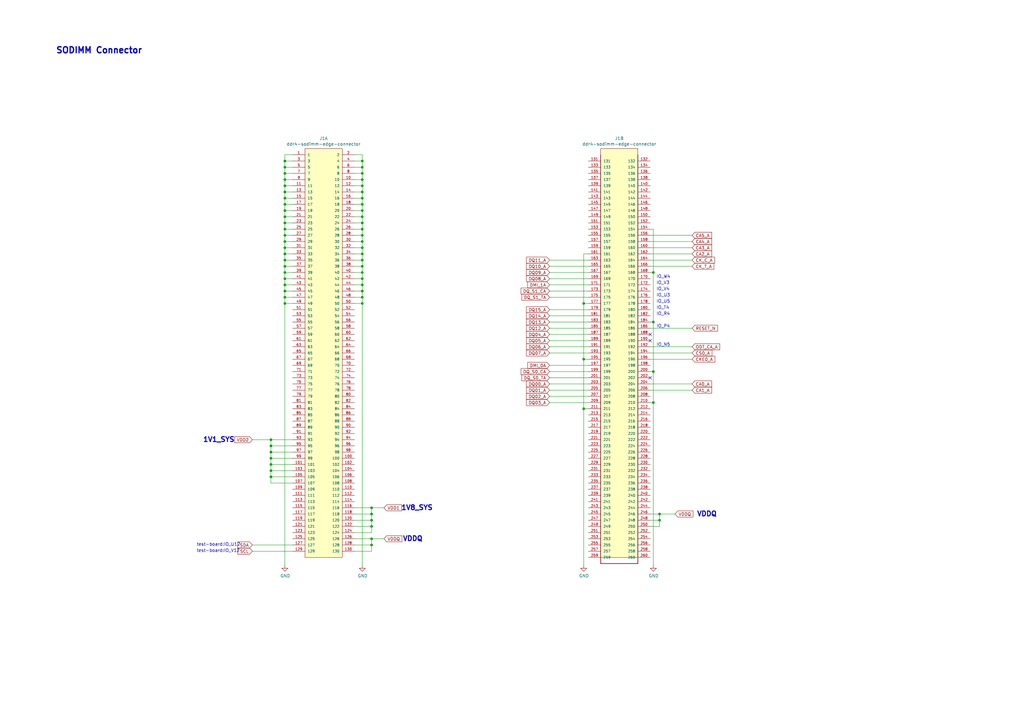
<source format=kicad_sch>
(kicad_sch (version 20211123) (generator eeschema)
  (paper "A3")
  (title_block (rev "1.1.0"))
  (lib_symbols
    (symbol "lpddr4-testbed:GND" (power) (pin_names (offset 0))
      (property "Value" "GND" (at 0 -3.81 0))
      (symbol "GND_0_1"
        (polyline (pts (xy 0 0) (xy 0 -1.27) (xy 1.27 -1.27) (xy 0 -2.54) (xy -1.27 -1.27) (xy 0 -1.27)))
      )
      (symbol "GND_1_1"
        (pin power_in line (at 0 0 270) (length 0) hide (name "GND") (number "1"))
      )
    )
    (symbol "lpddr4-testbed:ddr4-sodimm-edge-connector" (pin_names (offset 1.016))
      (property "Reference" "J" (at -7.62 87.63 0))
      (property "Value" "ddr4-sodimm-edge-connector" (at -7.62 -83.82 0))
      (symbol "ddr4-sodimm-edge-connector_0_1"
        (rectangle (start -7.62 86.36) (end 7.62 -81.28) (fill (type background)))
      )
      (symbol "ddr4-sodimm-edge-connector_1_0"
        (pin passive line (at -12.7 83.82 0) (length 5.08) (name "1") (number "1"))
        (pin passive line (at 12.7 73.66 180) (length 5.08) (name "10") (number "10"))
        (pin passive line (at 12.7 -40.64 180) (length 5.08) (name "100") (number "100"))
        (pin passive line (at -12.7 -43.18 0) (length 5.08) (name "101") (number "101"))
        (pin passive line (at 12.7 -43.18 180) (length 5.08) (name "102") (number "102"))
        (pin passive line (at -12.7 -45.72 0) (length 5.08) (name "103") (number "103"))
        (pin passive line (at 12.7 -45.72 180) (length 5.08) (name "104") (number "104"))
        (pin passive line (at -12.7 -48.26 0) (length 5.08) (name "105") (number "105"))
        (pin passive line (at 12.7 -48.26 180) (length 5.08) (name "106") (number "106"))
        (pin passive line (at -12.7 -50.8 0) (length 5.08) (name "107") (number "107"))
        (pin passive line (at 12.7 -50.8 180) (length 5.08) (name "108") (number "108"))
        (pin passive line (at -12.7 -53.34 0) (length 5.08) (name "109") (number "109"))
        (pin passive line (at -12.7 71.12 0) (length 5.08) (name "11") (number "11"))
        (pin passive line (at 12.7 -53.34 180) (length 5.08) (name "110") (number "110"))
        (pin passive line (at -12.7 -55.88 0) (length 5.08) (name "111") (number "111"))
        (pin passive line (at 12.7 -55.88 180) (length 5.08) (name "112") (number "112"))
        (pin passive line (at -12.7 -58.42 0) (length 5.08) (name "113") (number "113"))
        (pin passive line (at 12.7 -58.42 180) (length 5.08) (name "114") (number "114"))
        (pin passive line (at -12.7 -60.96 0) (length 5.08) (name "115") (number "115"))
        (pin passive line (at 12.7 -60.96 180) (length 5.08) (name "116") (number "116"))
        (pin passive line (at -12.7 -63.5 0) (length 5.08) (name "117") (number "117"))
        (pin passive line (at 12.7 -63.5 180) (length 5.08) (name "118") (number "118"))
        (pin passive line (at -12.7 -66.04 0) (length 5.08) (name "119") (number "119"))
        (pin passive line (at 12.7 71.12 180) (length 5.08) (name "12") (number "12"))
        (pin passive line (at 12.7 -66.04 180) (length 5.08) (name "120") (number "120"))
        (pin passive line (at -12.7 -68.58 0) (length 5.08) (name "121") (number "121"))
        (pin passive line (at 12.7 -68.58 180) (length 5.08) (name "122") (number "122"))
        (pin passive line (at -12.7 -71.12 0) (length 5.08) (name "123") (number "123"))
        (pin passive line (at 12.7 -71.12 180) (length 5.08) (name "124") (number "124"))
        (pin passive line (at -12.7 -73.66 0) (length 5.08) (name "125") (number "125"))
        (pin passive line (at 12.7 -73.66 180) (length 5.08) (name "126") (number "126"))
        (pin passive line (at -12.7 -76.2 0) (length 5.08) (name "127") (number "127"))
        (pin passive line (at 12.7 -76.2 180) (length 5.08) (name "128") (number "128"))
        (pin passive line (at -12.7 -78.74 0) (length 5.08) (name "129") (number "129"))
        (pin passive line (at -12.7 68.58 0) (length 5.08) (name "13") (number "13"))
        (pin passive line (at 12.7 -78.74 180) (length 5.08) (name "130") (number "130"))
        (pin passive line (at 12.7 68.58 180) (length 5.08) (name "14") (number "14"))
        (pin passive line (at -12.7 66.04 0) (length 5.08) (name "15") (number "15"))
        (pin passive line (at 12.7 66.04 180) (length 5.08) (name "16") (number "16"))
        (pin passive line (at -12.7 63.5 0) (length 5.08) (name "17") (number "17"))
        (pin passive line (at 12.7 63.5 180) (length 5.08) (name "18") (number "18"))
        (pin passive line (at -12.7 60.96 0) (length 5.08) (name "19") (number "19"))
        (pin passive line (at 12.7 83.82 180) (length 5.08) (name "2") (number "2"))
        (pin passive line (at 12.7 60.96 180) (length 5.08) (name "20") (number "20"))
        (pin passive line (at -12.7 58.42 0) (length 5.08) (name "21") (number "21"))
        (pin passive line (at 12.7 58.42 180) (length 5.08) (name "22") (number "22"))
        (pin passive line (at -12.7 55.88 0) (length 5.08) (name "23") (number "23"))
        (pin passive line (at 12.7 55.88 180) (length 5.08) (name "24") (number "24"))
        (pin passive line (at -12.7 53.34 0) (length 5.08) (name "25") (number "25"))
        (pin passive line (at 12.7 53.34 180) (length 5.08) (name "26") (number "26"))
        (pin passive line (at -12.7 50.8 0) (length 5.08) (name "27") (number "27"))
        (pin passive line (at 12.7 50.8 180) (length 5.08) (name "28") (number "28"))
        (pin passive line (at -12.7 48.26 0) (length 5.08) (name "29") (number "29"))
        (pin passive line (at -12.7 81.28 0) (length 5.08) (name "3") (number "3"))
        (pin passive line (at 12.7 48.26 180) (length 5.08) (name "30") (number "30"))
        (pin passive line (at -12.7 45.72 0) (length 5.08) (name "31") (number "31"))
        (pin passive line (at 12.7 45.72 180) (length 5.08) (name "32") (number "32"))
        (pin passive line (at -12.7 43.18 0) (length 5.08) (name "33") (number "33"))
        (pin passive line (at 12.7 43.18 180) (length 5.08) (name "34") (number "34"))
        (pin passive line (at -12.7 40.64 0) (length 5.08) (name "35") (number "35"))
        (pin passive line (at 12.7 40.64 180) (length 5.08) (name "36") (number "36"))
        (pin passive line (at -12.7 38.1 0) (length 5.08) (name "37") (number "37"))
        (pin passive line (at 12.7 38.1 180) (length 5.08) (name "38") (number "38"))
        (pin passive line (at -12.7 35.56 0) (length 5.08) (name "39") (number "39"))
        (pin passive line (at 12.7 81.28 180) (length 5.08) (name "4") (number "4"))
        (pin passive line (at 12.7 35.56 180) (length 5.08) (name "40") (number "40"))
        (pin passive line (at -12.7 33.02 0) (length 5.08) (name "41") (number "41"))
        (pin passive line (at 12.7 33.02 180) (length 5.08) (name "42") (number "42"))
        (pin passive line (at -12.7 30.48 0) (length 5.08) (name "43") (number "43"))
        (pin passive line (at 12.7 30.48 180) (length 5.08) (name "44") (number "44"))
        (pin passive line (at -12.7 27.94 0) (length 5.08) (name "45") (number "45"))
        (pin passive line (at 12.7 27.94 180) (length 5.08) (name "46") (number "46"))
        (pin passive line (at -12.7 25.4 0) (length 5.08) (name "47") (number "47"))
        (pin passive line (at 12.7 25.4 180) (length 5.08) (name "48") (number "48"))
        (pin passive line (at -12.7 22.86 0) (length 5.08) (name "49") (number "49"))
        (pin passive line (at -12.7 78.74 0) (length 5.08) (name "5") (number "5"))
        (pin passive line (at 12.7 22.86 180) (length 5.08) (name "50") (number "50"))
        (pin passive line (at -12.7 20.32 0) (length 5.08) (name "51") (number "51"))
        (pin passive line (at 12.7 20.32 180) (length 5.08) (name "52") (number "52"))
        (pin passive line (at -12.7 17.78 0) (length 5.08) (name "53") (number "53"))
        (pin passive line (at 12.7 17.78 180) (length 5.08) (name "54") (number "54"))
        (pin passive line (at -12.7 15.24 0) (length 5.08) (name "55") (number "55"))
        (pin passive line (at 12.7 15.24 180) (length 5.08) (name "56") (number "56"))
        (pin passive line (at -12.7 12.7 0) (length 5.08) (name "57") (number "57"))
        (pin passive line (at 12.7 12.7 180) (length 5.08) (name "58") (number "58"))
        (pin passive line (at -12.7 10.16 0) (length 5.08) (name "59") (number "59"))
        (pin passive line (at 12.7 78.74 180) (length 5.08) (name "6") (number "6"))
        (pin passive line (at 12.7 10.16 180) (length 5.08) (name "60") (number "60"))
        (pin passive line (at -12.7 7.62 0) (length 5.08) (name "61") (number "61"))
        (pin passive line (at 12.7 7.62 180) (length 5.08) (name "62") (number "62"))
        (pin passive line (at -12.7 5.08 0) (length 5.08) (name "63") (number "63"))
        (pin passive line (at 12.7 5.08 180) (length 5.08) (name "64") (number "64"))
        (pin passive line (at -12.7 2.54 0) (length 5.08) (name "65") (number "65"))
        (pin passive line (at 12.7 2.54 180) (length 5.08) (name "66") (number "66"))
        (pin passive line (at -12.7 0 0) (length 5.08) (name "67") (number "67"))
        (pin passive line (at 12.7 0 180) (length 5.08) (name "68") (number "68"))
        (pin passive line (at -12.7 -2.54 0) (length 5.08) (name "69") (number "69"))
        (pin passive line (at -12.7 76.2 0) (length 5.08) (name "7") (number "7"))
        (pin passive line (at 12.7 -2.54 180) (length 5.08) (name "70") (number "70"))
        (pin passive line (at -12.7 -5.08 0) (length 5.08) (name "71") (number "71"))
        (pin passive line (at 12.7 -5.08 180) (length 5.08) (name "72") (number "72"))
        (pin passive line (at -12.7 -7.62 0) (length 5.08) (name "73") (number "73"))
        (pin passive line (at 12.7 -7.62 180) (length 5.08) (name "74") (number "74"))
        (pin passive line (at -12.7 -10.16 0) (length 5.08) (name "75") (number "75"))
        (pin passive line (at 12.7 -10.16 180) (length 5.08) (name "76") (number "76"))
        (pin passive line (at -12.7 -12.7 0) (length 5.08) (name "77") (number "77"))
        (pin passive line (at 12.7 -12.7 180) (length 5.08) (name "78") (number "78"))
        (pin passive line (at -12.7 -15.24 0) (length 5.08) (name "79") (number "79"))
        (pin passive line (at 12.7 76.2 180) (length 5.08) (name "8") (number "8"))
        (pin passive line (at 12.7 -15.24 180) (length 5.08) (name "80") (number "80"))
        (pin passive line (at -12.7 -17.78 0) (length 5.08) (name "81") (number "81"))
        (pin passive line (at 12.7 -17.78 180) (length 5.08) (name "82") (number "82"))
        (pin passive line (at -12.7 -20.32 0) (length 5.08) (name "83") (number "83"))
        (pin passive line (at 12.7 -20.32 180) (length 5.08) (name "84") (number "84"))
        (pin passive line (at -12.7 -22.86 0) (length 5.08) (name "85") (number "85"))
        (pin passive line (at 12.7 -22.86 180) (length 5.08) (name "86") (number "86"))
        (pin passive line (at -12.7 -25.4 0) (length 5.08) (name "87") (number "87"))
        (pin passive line (at 12.7 -25.4 180) (length 5.08) (name "88") (number "88"))
        (pin passive line (at -12.7 -27.94 0) (length 5.08) (name "89") (number "89"))
        (pin passive line (at -12.7 73.66 0) (length 5.08) (name "9") (number "9"))
        (pin passive line (at 12.7 -27.94 180) (length 5.08) (name "90") (number "90"))
        (pin passive line (at -12.7 -30.48 0) (length 5.08) (name "91") (number "91"))
        (pin passive line (at 12.7 -30.48 180) (length 5.08) (name "92") (number "92"))
        (pin passive line (at -12.7 -33.02 0) (length 5.08) (name "93") (number "93"))
        (pin passive line (at 12.7 -33.02 180) (length 5.08) (name "94") (number "94"))
        (pin passive line (at -12.7 -35.56 0) (length 5.08) (name "95") (number "95"))
        (pin passive line (at 12.7 -35.56 180) (length 5.08) (name "96") (number "96"))
        (pin passive line (at -12.7 -38.1 0) (length 5.08) (name "97") (number "97"))
        (pin passive line (at 12.7 -38.1 180) (length 5.08) (name "98") (number "98"))
        (pin passive line (at -12.7 -40.64 0) (length 5.08) (name "99") (number "99"))
      )
      (symbol "ddr4-sodimm-edge-connector_2_0"
        (polyline (pts (xy -7.62 -83.82) (xy 7.62 -83.82)) (stroke (width 0.254)))
        (polyline (pts (xy -7.62 83.82) (xy -7.62 -83.82)) (stroke (width 0.254)))
        (polyline (pts (xy 7.62 -83.82) (xy 7.62 83.82)) (stroke (width 0.254)))
        (pin passive line (at -12.7 81.28 0) (length 5.08) (name "131") (number "131"))
        (pin passive line (at 12.7 81.28 180) (length 5.08) (name "132") (number "132"))
        (pin passive line (at -12.7 78.74 0) (length 5.08) (name "133") (number "133"))
        (pin passive line (at 12.7 78.74 180) (length 5.08) (name "134") (number "134"))
        (pin passive line (at -12.7 76.2 0) (length 5.08) (name "135") (number "135"))
        (pin passive line (at 12.7 76.2 180) (length 5.08) (name "136") (number "136"))
        (pin passive line (at -12.7 73.66 0) (length 5.08) (name "137") (number "137"))
        (pin passive line (at 12.7 73.66 180) (length 5.08) (name "138") (number "138"))
        (pin passive line (at -12.7 71.12 0) (length 5.08) (name "139") (number "139"))
        (pin passive line (at 12.7 71.12 180) (length 5.08) (name "140") (number "140"))
        (pin passive line (at -12.7 68.58 0) (length 5.08) (name "141") (number "141"))
        (pin passive line (at 12.7 68.58 180) (length 5.08) (name "142") (number "142"))
        (pin passive line (at -12.7 66.04 0) (length 5.08) (name "143") (number "143"))
        (pin passive line (at 12.7 66.04 180) (length 5.08) (name "144") (number "144"))
        (pin passive line (at -12.7 63.5 0) (length 5.08) (name "145") (number "145"))
        (pin passive line (at 12.7 63.5 180) (length 5.08) (name "146") (number "146"))
        (pin passive line (at -12.7 60.96 0) (length 5.08) (name "147") (number "147"))
        (pin passive line (at 12.7 60.96 180) (length 5.08) (name "148") (number "148"))
        (pin passive line (at -12.7 58.42 0) (length 5.08) (name "149") (number "149"))
        (pin passive line (at 12.7 58.42 180) (length 5.08) (name "150") (number "150"))
        (pin passive line (at -12.7 55.88 0) (length 5.08) (name "151") (number "151"))
        (pin passive line (at 12.7 55.88 180) (length 5.08) (name "152") (number "152"))
        (pin passive line (at -12.7 53.34 0) (length 5.08) (name "153") (number "153"))
        (pin passive line (at 12.7 53.34 180) (length 5.08) (name "154") (number "154"))
        (pin passive line (at -12.7 50.8 0) (length 5.08) (name "155") (number "155"))
        (pin passive line (at 12.7 50.8 180) (length 5.08) (name "156") (number "156"))
        (pin passive line (at -12.7 48.26 0) (length 5.08) (name "157") (number "157"))
        (pin passive line (at 12.7 48.26 180) (length 5.08) (name "158") (number "158"))
        (pin passive line (at -12.7 45.72 0) (length 5.08) (name "159") (number "159"))
        (pin passive line (at 12.7 45.72 180) (length 5.08) (name "160") (number "160"))
        (pin passive line (at -12.7 43.18 0) (length 5.08) (name "161") (number "161"))
        (pin passive line (at 12.7 43.18 180) (length 5.08) (name "162") (number "162"))
        (pin passive line (at -12.7 40.64 0) (length 5.08) (name "163") (number "163"))
        (pin passive line (at 12.7 40.64 180) (length 5.08) (name "164") (number "164"))
        (pin passive line (at -12.7 38.1 0) (length 5.08) (name "165") (number "165"))
        (pin passive line (at 12.7 38.1 180) (length 5.08) (name "166") (number "166"))
        (pin passive line (at -12.7 35.56 0) (length 5.08) (name "167") (number "167"))
        (pin passive line (at 12.7 35.56 180) (length 5.08) (name "168") (number "168"))
        (pin passive line (at -12.7 33.02 0) (length 5.08) (name "169") (number "169"))
        (pin passive line (at 12.7 33.02 180) (length 5.08) (name "170") (number "170"))
        (pin passive line (at -12.7 30.48 0) (length 5.08) (name "171") (number "171"))
        (pin passive line (at 12.7 30.48 180) (length 5.08) (name "172") (number "172"))
        (pin passive line (at -12.7 27.94 0) (length 5.08) (name "173") (number "173"))
        (pin passive line (at 12.7 27.94 180) (length 5.08) (name "174") (number "174"))
        (pin passive line (at -12.7 25.4 0) (length 5.08) (name "175") (number "175"))
        (pin passive line (at 12.7 25.4 180) (length 5.08) (name "176") (number "176"))
        (pin passive line (at -12.7 22.86 0) (length 5.08) (name "177") (number "177"))
        (pin passive line (at 12.7 22.86 180) (length 5.08) (name "178") (number "178"))
        (pin passive line (at -12.7 20.32 0) (length 5.08) (name "179") (number "179"))
        (pin passive line (at 12.7 20.32 180) (length 5.08) (name "180") (number "180"))
        (pin passive line (at -12.7 17.78 0) (length 5.08) (name "181") (number "181"))
        (pin passive line (at 12.7 17.78 180) (length 5.08) (name "182") (number "182"))
        (pin passive line (at -12.7 15.24 0) (length 5.08) (name "183") (number "183"))
        (pin passive line (at 12.7 15.24 180) (length 5.08) (name "184") (number "184"))
        (pin passive line (at -12.7 12.7 0) (length 5.08) (name "185") (number "185"))
        (pin passive line (at 12.7 12.7 180) (length 5.08) (name "186") (number "186"))
        (pin passive line (at -12.7 10.16 0) (length 5.08) (name "187") (number "187"))
        (pin passive line (at 12.7 10.16 180) (length 5.08) (name "188") (number "188"))
        (pin passive line (at -12.7 7.62 0) (length 5.08) (name "189") (number "189"))
        (pin passive line (at 12.7 7.62 180) (length 5.08) (name "190") (number "190"))
        (pin passive line (at -12.7 5.08 0) (length 5.08) (name "191") (number "191"))
        (pin passive line (at 12.7 5.08 180) (length 5.08) (name "192") (number "192"))
        (pin passive line (at -12.7 2.54 0) (length 5.08) (name "193") (number "193"))
        (pin passive line (at 12.7 2.54 180) (length 5.08) (name "194") (number "194"))
        (pin passive line (at -12.7 0 0) (length 5.08) (name "195") (number "195"))
        (pin passive line (at 12.7 0 180) (length 5.08) (name "196") (number "196"))
        (pin passive line (at -12.7 -2.54 0) (length 5.08) (name "197") (number "197"))
        (pin passive line (at 12.7 -2.54 180) (length 5.08) (name "198") (number "198"))
        (pin passive line (at -12.7 -5.08 0) (length 5.08) (name "199") (number "199"))
        (pin passive line (at 12.7 -5.08 180) (length 5.08) (name "200") (number "200"))
        (pin passive line (at -12.7 -7.62 0) (length 5.08) (name "201") (number "201"))
        (pin passive line (at 12.7 -7.62 180) (length 5.08) (name "202") (number "202"))
        (pin passive line (at -12.7 -10.16 0) (length 5.08) (name "203") (number "203"))
        (pin passive line (at 12.7 -10.16 180) (length 5.08) (name "204") (number "204"))
        (pin passive line (at -12.7 -12.7 0) (length 5.08) (name "205") (number "205"))
        (pin passive line (at 12.7 -12.7 180) (length 5.08) (name "206") (number "206"))
        (pin passive line (at -12.7 -15.24 0) (length 5.08) (name "207") (number "207"))
        (pin passive line (at 12.7 -15.24 180) (length 5.08) (name "208") (number "208"))
        (pin passive line (at -12.7 -17.78 0) (length 5.08) (name "209") (number "209"))
        (pin passive line (at 12.7 -17.78 180) (length 5.08) (name "210") (number "210"))
        (pin passive line (at -12.7 -20.32 0) (length 5.08) (name "211") (number "211"))
        (pin passive line (at 12.7 -20.32 180) (length 5.08) (name "212") (number "212"))
        (pin passive line (at -12.7 -22.86 0) (length 5.08) (name "213") (number "213"))
        (pin passive line (at 12.7 -22.86 180) (length 5.08) (name "214") (number "214"))
        (pin passive line (at -12.7 -25.4 0) (length 5.08) (name "215") (number "215"))
        (pin passive line (at 12.7 -25.4 180) (length 5.08) (name "216") (number "216"))
        (pin passive line (at -12.7 -27.94 0) (length 5.08) (name "217") (number "217"))
        (pin passive line (at 12.7 -27.94 180) (length 5.08) (name "218") (number "218"))
        (pin passive line (at -12.7 -30.48 0) (length 5.08) (name "219") (number "219"))
        (pin passive line (at 12.7 -30.48 180) (length 5.08) (name "220") (number "220"))
        (pin passive line (at -12.7 -33.02 0) (length 5.08) (name "221") (number "221"))
        (pin passive line (at 12.7 -33.02 180) (length 5.08) (name "222") (number "222"))
        (pin passive line (at -12.7 -35.56 0) (length 5.08) (name "223") (number "223"))
        (pin passive line (at 12.7 -35.56 180) (length 5.08) (name "224") (number "224"))
        (pin passive line (at -12.7 -38.1 0) (length 5.08) (name "225") (number "225"))
        (pin passive line (at 12.7 -38.1 180) (length 5.08) (name "226") (number "226"))
        (pin passive line (at -12.7 -40.64 0) (length 5.08) (name "227") (number "227"))
        (pin passive line (at 12.7 -40.64 180) (length 5.08) (name "228") (number "228"))
        (pin passive line (at -12.7 -43.18 0) (length 5.08) (name "229") (number "229"))
        (pin passive line (at 12.7 -43.18 180) (length 5.08) (name "230") (number "230"))
        (pin passive line (at -12.7 -45.72 0) (length 5.08) (name "231") (number "231"))
        (pin passive line (at 12.7 -45.72 180) (length 5.08) (name "232") (number "232"))
        (pin passive line (at -12.7 -48.26 0) (length 5.08) (name "233") (number "233"))
        (pin passive line (at 12.7 -48.26 180) (length 5.08) (name "234") (number "234"))
        (pin passive line (at -12.7 -50.8 0) (length 5.08) (name "235") (number "235"))
        (pin passive line (at 12.7 -50.8 180) (length 5.08) (name "236") (number "236"))
        (pin passive line (at -12.7 -53.34 0) (length 5.08) (name "237") (number "237"))
        (pin passive line (at 12.7 -53.34 180) (length 5.08) (name "238") (number "238"))
        (pin passive line (at -12.7 -55.88 0) (length 5.08) (name "239") (number "239"))
        (pin passive line (at 12.7 -55.88 180) (length 5.08) (name "240") (number "240"))
        (pin passive line (at -12.7 -58.42 0) (length 5.08) (name "241") (number "241"))
        (pin passive line (at 12.7 -58.42 180) (length 5.08) (name "242") (number "242"))
        (pin passive line (at -12.7 -60.96 0) (length 5.08) (name "243") (number "243"))
        (pin passive line (at 12.7 -60.96 180) (length 5.08) (name "244") (number "244"))
        (pin passive line (at -12.7 -63.5 0) (length 5.08) (name "245") (number "245"))
        (pin passive line (at 12.7 -63.5 180) (length 5.08) (name "246") (number "246"))
        (pin passive line (at -12.7 -66.04 0) (length 5.08) (name "247") (number "247"))
        (pin passive line (at 12.7 -66.04 180) (length 5.08) (name "248") (number "248"))
        (pin passive line (at -12.7 -68.58 0) (length 5.08) (name "249") (number "249"))
        (pin passive line (at 12.7 -68.58 180) (length 5.08) (name "250") (number "250"))
        (pin passive line (at -12.7 -71.12 0) (length 5.08) (name "251") (number "251"))
        (pin passive line (at 12.7 -71.12 180) (length 5.08) (name "252") (number "252"))
        (pin passive line (at -12.7 -73.66 0) (length 5.08) (name "253") (number "253"))
        (pin passive line (at 12.7 -73.66 180) (length 5.08) (name "254") (number "254"))
        (pin passive line (at -12.7 -76.2 0) (length 5.08) (name "255") (number "255"))
        (pin passive line (at 12.7 -76.2 180) (length 5.08) (name "256") (number "256"))
        (pin passive line (at -12.7 -78.74 0) (length 5.08) (name "257") (number "257"))
        (pin passive line (at 12.7 -78.74 180) (length 5.08) (name "258") (number "258"))
        (pin passive line (at -12.7 -81.28 0) (length 5.08) (name "259") (number "259"))
        (pin passive line (at 12.7 -81.28 180) (length 5.08) (name "260") (number "260"))
      )
    )
  )
  (junction (at 116.84 106.68))
  (junction (at 111.125 193.04))
  (junction (at 116.84 81.28))
  (junction (at 116.84 71.12))
  (junction (at 116.84 119.38))
  (junction (at 148.59 78.74))
  (junction (at 116.84 88.9))
  (junction (at 152.4 213.36))
  (junction (at 116.84 93.98))
  (junction (at 270.51 210.82))
  (junction (at 267.97 152.4))
  (junction (at 116.84 96.52))
  (junction (at 111.125 195.58))
  (junction (at 116.84 73.66))
  (junction (at 116.84 101.6))
  (junction (at 116.84 76.2))
  (junction (at 148.59 88.9))
  (junction (at 116.84 78.74))
  (junction (at 239.395 167.64))
  (junction (at 267.97 165.1))
  (junction (at 148.59 121.92))
  (junction (at 111.125 180.34))
  (junction (at 116.84 104.14))
  (junction (at 148.59 66.04))
  (junction (at 111.125 185.42))
  (junction (at 148.59 99.06))
  (junction (at 116.84 114.3))
  (junction (at 116.84 66.04))
  (junction (at 111.125 187.96))
  (junction (at 148.59 83.82))
  (junction (at 148.59 106.68))
  (junction (at 116.84 121.92))
  (junction (at 239.395 147.32))
  (junction (at 148.59 68.58))
  (junction (at 116.84 116.84))
  (junction (at 148.59 71.12))
  (junction (at 152.4 215.9))
  (junction (at 116.84 99.06))
  (junction (at 111.125 182.88))
  (junction (at 148.59 114.3))
  (junction (at 148.59 86.36))
  (junction (at 152.4 208.28))
  (junction (at 148.59 124.46))
  (junction (at 148.59 116.84))
  (junction (at 270.51 213.36))
  (junction (at 148.59 93.98))
  (junction (at 148.59 96.52))
  (junction (at 148.59 111.76))
  (junction (at 239.395 124.46))
  (junction (at 148.59 119.38))
  (junction (at 148.59 91.44))
  (junction (at 152.4 223.52))
  (junction (at 116.84 86.36))
  (junction (at 116.84 91.44))
  (junction (at 148.59 76.2))
  (junction (at 152.4 210.82))
  (junction (at 267.97 111.76))
  (junction (at 267.97 132.08))
  (junction (at 148.59 81.28))
  (junction (at 148.59 109.22))
  (junction (at 148.59 104.14))
  (junction (at 116.84 83.82))
  (junction (at 111.125 190.5))
  (junction (at 116.84 109.22))
  (junction (at 116.84 111.76))
  (junction (at 148.59 101.6))
  (junction (at 148.59 73.66))
  (junction (at 152.4 220.98))
  (junction (at 116.84 124.46))
  (junction (at 116.84 68.58))
  (no_connect (at 266.7 154.94))
  (no_connect (at 266.7 139.7))
  (no_connect (at 266.7 137.16))
  (wire (pts (xy 241.3 167.64) (xy 239.395 167.64)))
  (wire (pts (xy 145.415 78.74) (xy 148.59 78.74)))
  (wire (pts (xy 145.415 213.36) (xy 152.4 213.36)))
  (wire (pts (xy 116.84 111.76) (xy 116.84 114.3)))
  (wire (pts (xy 116.84 73.66) (xy 116.84 76.2)))
  (wire (pts (xy 241.3 165.1) (xy 225.425 165.1)))
  (wire (pts (xy 116.84 106.68) (xy 116.84 109.22)))
  (wire (pts (xy 116.84 63.5) (xy 116.84 66.04)))
  (wire (pts (xy 148.59 104.14) (xy 148.59 106.68)))
  (wire (pts (xy 241.3 160.02) (xy 225.425 160.02)))
  (wire (pts (xy 266.7 215.9) (xy 270.51 215.9)))
  (wire (pts (xy 116.84 104.14) (xy 116.84 106.68)))
  (wire (pts (xy 116.84 101.6) (xy 116.84 104.14)))
  (wire (pts (xy 152.4 223.52) (xy 152.4 220.98)))
  (wire (pts (xy 148.59 68.58) (xy 148.59 71.12)))
  (wire (pts (xy 148.59 63.5) (xy 148.59 66.04)))
  (wire (pts (xy 111.125 180.34) (xy 103.505 180.34)))
  (wire (pts (xy 239.395 104.14) (xy 239.395 124.46)))
  (wire (pts (xy 120.015 121.92) (xy 116.84 121.92)))
  (wire (pts (xy 241.3 142.24) (xy 225.425 142.24)))
  (wire (pts (xy 270.51 213.36) (xy 270.51 210.82)))
  (wire (pts (xy 120.015 198.12) (xy 111.125 198.12)))
  (wire (pts (xy 148.59 109.22) (xy 148.59 111.76)))
  (wire (pts (xy 241.3 127) (xy 225.425 127)))
  (wire (pts (xy 148.59 116.84) (xy 148.59 119.38)))
  (wire (pts (xy 267.97 152.4) (xy 267.97 165.1)))
  (wire (pts (xy 145.415 96.52) (xy 148.59 96.52)))
  (wire (pts (xy 266.7 134.62) (xy 283.845 134.62)))
  (wire (pts (xy 116.84 88.9) (xy 116.84 91.44)))
  (wire (pts (xy 120.015 119.38) (xy 116.84 119.38)))
  (wire (pts (xy 120.015 78.74) (xy 116.84 78.74)))
  (wire (pts (xy 241.3 106.68) (xy 225.425 106.68)))
  (wire (pts (xy 148.59 93.98) (xy 148.59 96.52)))
  (wire (pts (xy 241.3 139.7) (xy 225.425 139.7)))
  (wire (pts (xy 145.415 109.22) (xy 148.59 109.22)))
  (wire (pts (xy 266.7 210.82) (xy 270.51 210.82)))
  (wire (pts (xy 116.84 66.04) (xy 116.84 68.58)))
  (wire (pts (xy 145.415 63.5) (xy 148.59 63.5)))
  (wire (pts (xy 111.125 195.58) (xy 111.125 193.04)))
  (wire (pts (xy 103.505 226.06) (xy 120.015 226.06)))
  (wire (pts (xy 148.59 121.92) (xy 148.59 124.46)))
  (wire (pts (xy 145.415 93.98) (xy 148.59 93.98)))
  (wire (pts (xy 120.015 114.3) (xy 116.84 114.3)))
  (wire (pts (xy 111.125 190.5) (xy 111.125 187.96)))
  (wire (pts (xy 120.015 187.96) (xy 111.125 187.96)))
  (wire (pts (xy 241.3 129.54) (xy 225.425 129.54)))
  (wire (pts (xy 120.015 190.5) (xy 111.125 190.5)))
  (wire (pts (xy 241.3 149.86) (xy 225.425 149.86)))
  (wire (pts (xy 116.84 83.82) (xy 116.84 86.36)))
  (wire (pts (xy 120.015 99.06) (xy 116.84 99.06)))
  (wire (pts (xy 152.4 213.36) (xy 152.4 210.82)))
  (wire (pts (xy 120.015 111.76) (xy 116.84 111.76)))
  (wire (pts (xy 145.415 210.82) (xy 152.4 210.82)))
  (wire (pts (xy 148.59 83.82) (xy 148.59 86.36)))
  (wire (pts (xy 120.015 71.12) (xy 116.84 71.12)))
  (wire (pts (xy 270.51 215.9) (xy 270.51 213.36)))
  (wire (pts (xy 145.415 68.58) (xy 148.59 68.58)))
  (wire (pts (xy 111.125 193.04) (xy 111.125 190.5)))
  (wire (pts (xy 239.395 167.64) (xy 239.395 231.775)))
  (wire (pts (xy 148.59 78.74) (xy 148.59 81.28)))
  (wire (pts (xy 267.97 93.98) (xy 267.97 111.76)))
  (wire (pts (xy 116.84 93.98) (xy 116.84 96.52)))
  (wire (pts (xy 145.415 121.92) (xy 148.59 121.92)))
  (wire (pts (xy 148.59 76.2) (xy 148.59 78.74)))
  (wire (pts (xy 145.415 101.6) (xy 148.59 101.6)))
  (wire (pts (xy 152.4 210.82) (xy 152.4 208.28)))
  (wire (pts (xy 145.415 226.06) (xy 152.4 226.06)))
  (wire (pts (xy 120.015 124.46) (xy 116.84 124.46)))
  (wire (pts (xy 266.7 160.02) (xy 283.845 160.02)))
  (wire (pts (xy 145.415 124.46) (xy 148.59 124.46)))
  (wire (pts (xy 241.3 154.94) (xy 225.425 154.94)))
  (wire (pts (xy 266.7 101.6) (xy 283.845 101.6)))
  (wire (pts (xy 145.415 220.98) (xy 152.4 220.98)))
  (wire (pts (xy 241.3 104.14) (xy 239.395 104.14)))
  (wire (pts (xy 148.59 111.76) (xy 148.59 114.3)))
  (wire (pts (xy 145.415 119.38) (xy 148.59 119.38)))
  (wire (pts (xy 116.84 124.46) (xy 116.84 231.775)))
  (wire (pts (xy 120.015 93.98) (xy 116.84 93.98)))
  (wire (pts (xy 148.59 106.68) (xy 148.59 109.22)))
  (wire (pts (xy 148.59 96.52) (xy 148.59 99.06)))
  (wire (pts (xy 120.015 180.34) (xy 111.125 180.34)))
  (wire (pts (xy 116.84 121.92) (xy 116.84 124.46)))
  (wire (pts (xy 120.015 195.58) (xy 111.125 195.58)))
  (wire (pts (xy 270.51 210.82) (xy 276.86 210.82)))
  (wire (pts (xy 120.015 91.44) (xy 116.84 91.44)))
  (wire (pts (xy 241.3 111.76) (xy 225.425 111.76)))
  (wire (pts (xy 120.015 182.88) (xy 111.125 182.88)))
  (wire (pts (xy 266.7 109.22) (xy 283.845 109.22)))
  (wire (pts (xy 241.3 147.32) (xy 239.395 147.32)))
  (wire (pts (xy 120.015 68.58) (xy 116.84 68.58)))
  (wire (pts (xy 241.3 124.46) (xy 239.395 124.46)))
  (wire (pts (xy 145.415 114.3) (xy 148.59 114.3)))
  (wire (pts (xy 148.59 99.06) (xy 148.59 101.6)))
  (wire (pts (xy 116.84 76.2) (xy 116.84 78.74)))
  (wire (pts (xy 152.4 226.06) (xy 152.4 223.52)))
  (wire (pts (xy 241.3 132.08) (xy 225.425 132.08)))
  (wire (pts (xy 145.415 215.9) (xy 152.4 215.9)))
  (wire (pts (xy 145.415 91.44) (xy 148.59 91.44)))
  (wire (pts (xy 111.125 185.42) (xy 111.125 182.88)))
  (wire (pts (xy 145.415 73.66) (xy 148.59 73.66)))
  (wire (pts (xy 266.7 157.48) (xy 283.845 157.48)))
  (wire (pts (xy 241.3 152.4) (xy 225.425 152.4)))
  (wire (pts (xy 120.015 66.04) (xy 116.84 66.04)))
  (wire (pts (xy 145.415 66.04) (xy 148.59 66.04)))
  (wire (pts (xy 116.84 96.52) (xy 116.84 99.06)))
  (wire (pts (xy 145.415 104.14) (xy 148.59 104.14)))
  (wire (pts (xy 145.415 83.82) (xy 148.59 83.82)))
  (wire (pts (xy 120.015 73.66) (xy 116.84 73.66)))
  (wire (pts (xy 148.59 71.12) (xy 148.59 73.66)))
  (wire (pts (xy 111.125 187.96) (xy 111.125 185.42)))
  (wire (pts (xy 116.84 114.3) (xy 116.84 116.84)))
  (wire (pts (xy 241.3 157.48) (xy 225.425 157.48)))
  (wire (pts (xy 148.59 88.9) (xy 148.59 91.44)))
  (wire (pts (xy 267.97 132.08) (xy 267.97 152.4)))
  (wire (pts (xy 148.59 91.44) (xy 148.59 93.98)))
  (wire (pts (xy 241.3 137.16) (xy 225.425 137.16)))
  (wire (pts (xy 266.7 132.08) (xy 267.97 132.08)))
  (wire (pts (xy 241.3 114.3) (xy 225.425 114.3)))
  (wire (pts (xy 267.97 165.1) (xy 267.97 231.775)))
  (wire (pts (xy 120.015 63.5) (xy 116.84 63.5)))
  (wire (pts (xy 145.415 99.06) (xy 148.59 99.06)))
  (wire (pts (xy 120.015 96.52) (xy 116.84 96.52)))
  (wire (pts (xy 241.3 144.78) (xy 225.425 144.78)))
  (wire (pts (xy 148.59 114.3) (xy 148.59 116.84)))
  (wire (pts (xy 145.415 86.36) (xy 148.59 86.36)))
  (wire (pts (xy 148.59 81.28) (xy 148.59 83.82)))
  (wire (pts (xy 111.125 198.12) (xy 111.125 195.58)))
  (wire (pts (xy 116.84 119.38) (xy 116.84 121.92)))
  (wire (pts (xy 120.015 116.84) (xy 116.84 116.84)))
  (wire (pts (xy 241.3 134.62) (xy 225.425 134.62)))
  (wire (pts (xy 103.505 223.52) (xy 120.015 223.52)))
  (wire (pts (xy 116.84 86.36) (xy 116.84 88.9)))
  (wire (pts (xy 266.7 99.06) (xy 283.845 99.06)))
  (wire (pts (xy 120.015 86.36) (xy 116.84 86.36)))
  (wire (pts (xy 145.415 76.2) (xy 148.59 76.2)))
  (wire (pts (xy 266.7 142.24) (xy 283.845 142.24)))
  (wire (pts (xy 111.125 185.42) (xy 120.015 185.42)))
  (wire (pts (xy 116.84 91.44) (xy 116.84 93.98)))
  (wire (pts (xy 145.415 71.12) (xy 148.59 71.12)))
  (wire (pts (xy 120.015 81.28) (xy 116.84 81.28)))
  (wire (pts (xy 266.7 213.36) (xy 270.51 213.36)))
  (wire (pts (xy 116.84 109.22) (xy 116.84 111.76)))
  (wire (pts (xy 148.59 124.46) (xy 148.59 231.775)))
  (wire (pts (xy 266.7 144.78) (xy 283.845 144.78)))
  (wire (pts (xy 145.415 223.52) (xy 152.4 223.52)))
  (wire (pts (xy 266.7 147.32) (xy 283.845 147.32)))
  (wire (pts (xy 266.7 96.52) (xy 283.845 96.52)))
  (wire (pts (xy 239.395 124.46) (xy 239.395 147.32)))
  (wire (pts (xy 111.125 182.88) (xy 111.125 180.34)))
  (wire (pts (xy 266.7 152.4) (xy 267.97 152.4)))
  (wire (pts (xy 120.015 88.9) (xy 116.84 88.9)))
  (wire (pts (xy 145.415 116.84) (xy 148.59 116.84)))
  (wire (pts (xy 241.3 119.38) (xy 225.425 119.38)))
  (wire (pts (xy 120.015 106.68) (xy 116.84 106.68)))
  (wire (pts (xy 267.97 111.76) (xy 267.97 132.08)))
  (wire (pts (xy 116.84 116.84) (xy 116.84 119.38)))
  (wire (pts (xy 116.84 68.58) (xy 116.84 71.12)))
  (wire (pts (xy 152.4 220.98) (xy 157.48 220.98)))
  (wire (pts (xy 266.7 93.98) (xy 267.97 93.98)))
  (wire (pts (xy 120.015 104.14) (xy 116.84 104.14)))
  (wire (pts (xy 120.015 109.22) (xy 116.84 109.22)))
  (wire (pts (xy 241.3 109.22) (xy 225.425 109.22)))
  (wire (pts (xy 120.015 193.04) (xy 111.125 193.04)))
  (wire (pts (xy 266.7 111.76) (xy 267.97 111.76)))
  (wire (pts (xy 145.415 106.68) (xy 148.59 106.68)))
  (wire (pts (xy 266.7 104.14) (xy 283.845 104.14)))
  (wire (pts (xy 241.3 121.92) (xy 225.425 121.92)))
  (wire (pts (xy 116.84 99.06) (xy 116.84 101.6)))
  (wire (pts (xy 116.84 71.12) (xy 116.84 73.66)))
  (wire (pts (xy 239.395 147.32) (xy 239.395 167.64)))
  (wire (pts (xy 266.7 165.1) (xy 267.97 165.1)))
  (wire (pts (xy 241.3 162.56) (xy 225.425 162.56)))
  (wire (pts (xy 152.4 218.44) (xy 152.4 215.9)))
  (wire (pts (xy 145.415 81.28) (xy 148.59 81.28)))
  (wire (pts (xy 120.015 83.82) (xy 116.84 83.82)))
  (wire (pts (xy 145.415 111.76) (xy 148.59 111.76)))
  (wire (pts (xy 148.59 119.38) (xy 148.59 121.92)))
  (wire (pts (xy 148.59 86.36) (xy 148.59 88.9)))
  (wire (pts (xy 148.59 66.04) (xy 148.59 68.58)))
  (wire (pts (xy 148.59 73.66) (xy 148.59 76.2)))
  (wire (pts (xy 120.015 76.2) (xy 116.84 76.2)))
  (wire (pts (xy 116.84 78.74) (xy 116.84 81.28)))
  (wire (pts (xy 116.84 81.28) (xy 116.84 83.82)))
  (wire (pts (xy 241.3 116.84) (xy 225.425 116.84)))
  (wire (pts (xy 120.015 101.6) (xy 116.84 101.6)))
  (wire (pts (xy 145.415 88.9) (xy 148.59 88.9)))
  (wire (pts (xy 148.59 101.6) (xy 148.59 104.14)))
  (wire (pts (xy 266.7 106.68) (xy 283.845 106.68)))
  (wire (pts (xy 145.415 208.28) (xy 152.4 208.28)))
  (wire (pts (xy 152.4 208.28) (xy 157.48 208.28)))
  (wire (pts (xy 145.415 218.44) (xy 152.4 218.44)))
  (wire (pts (xy 152.4 215.9) (xy 152.4 213.36)))
  (text "IO_W4" (at 269.24 114.3 0) (effects (font (size 1.27 1.27)) (justify left bottom)))
  (text "IO_N5" (at 269.24 142.24 0) (effects (font (size 1.27 1.27)) (justify left bottom)))
  (text "IO_U5" (at 269.24 124.46 0) (effects (font (size 1.27 1.27)) (justify left bottom)))
  (text "IO_T4" (at 269.24 127 0) (effects (font (size 1.27 1.27)) (justify left bottom)))
  (text "test-board:IO_U12" (at 80.645 224.155 0) (effects (font (size 1.27 1.27)) (justify left bottom)))
  (text "VDDQ" (at 285.75 212.09 0) (effects (font (size 2.0066 2.0066) (thickness 0.4013) bold) (justify left bottom)))
  (text "IO_U3" (at 269.24 121.92 0) (effects (font (size 1.27 1.27)) (justify left bottom)))
  (text "IO_V4" (at 269.24 119.38 0) (effects (font (size 1.27 1.27)) (justify left bottom)))
  (text "IO_P4" (at 269.24 134.62 0) (effects (font (size 1.27 1.27)) (justify left bottom)))
  (text "test-board:IO_V12" (at 80.645 226.695 0) (effects (font (size 1.27 1.27)) (justify left bottom)))
  (text "SODIMM Connector" (at 22.86 22.225 0) (effects (font (size 2.4892 2.4892) (thickness 0.4978) bold) (justify left bottom)))
  (text "IO_V3" (at 269.24 116.84 0) (effects (font (size 1.27 1.27)) (justify left bottom)))
  (text "IO_R4" (at 269.24 129.54 0) (effects (font (size 1.27 1.27)) (justify left bottom)))
  (text "1V8_SYS" (at 164.465 209.55 0) (effects (font (size 2.0066 2.0066) (thickness 0.4013) bold) (justify left bottom)))
  (text "VDDQ" (at 165.1 222.25 0) (effects (font (size 2.0066 2.0066) (thickness 0.4013) bold) (justify left bottom)))
  (text "1V1_SYS" (at 83.185 181.61 0) (effects (font (size 2.0066 2.0066) (thickness 0.4013) bold) (justify left bottom)))
  (global_label "VDDQ" (shape input) (at 157.48 220.98 0) (property "Intersheet References" "${INTERSHEET_REFS}" (effects hide)))
  (global_label "VDD2" (shape input) (at 103.505 180.34 180) (property "Intersheet References" "${INTERSHEET_REFS}" (effects hide)))
  (global_label "DQ03_A" (shape input) (at 225.425 165.1 180) (property "Intersheet References" "${INTERSHEET_REFS}" (effects hide)))
  (global_label "CA0_A" (shape input) (at 283.845 157.48 0) (property "Intersheet References" "${INTERSHEET_REFS}" (effects hide)))
  (global_label "DQ08_A" (shape input) (at 225.425 114.3 180) (property "Intersheet References" "${INTERSHEET_REFS}" (effects hide)))
  (global_label "DQ11_A" (shape input) (at 225.425 106.68 180) (property "Intersheet References" "${INTERSHEET_REFS}" (effects hide)))
  (global_label "DQ_S0_CA" (shape input) (at 225.425 152.4 180) (property "Intersheet References" "${INTERSHEET_REFS}" (effects hide)))
  (global_label "DQ_S1_CA" (shape input) (at 225.425 119.38 180) (property "Intersheet References" "${INTERSHEET_REFS}" (effects hide)))
  (global_label "CA4_A" (shape input) (at 283.845 99.06 0) (property "Intersheet References" "${INTERSHEET_REFS}" (effects hide)))
  (global_label "CA1_A" (shape input) (at 283.845 160.02 0) (property "Intersheet References" "${INTERSHEET_REFS}" (effects hide)))
  (global_label "DQ01_A" (shape input) (at 225.425 160.02 180) (property "Intersheet References" "${INTERSHEET_REFS}" (effects hide)))
  (global_label "DMI_0A" (shape input) (at 225.425 149.86 180) (property "Intersheet References" "${INTERSHEET_REFS}" (effects hide)))
  (global_label "DQ14_A" (shape input) (at 225.425 129.54 180) (property "Intersheet References" "${INTERSHEET_REFS}" (effects hide)))
  (global_label "SDA" (shape input) (at 103.505 223.52 180) (property "Intersheet References" "${INTERSHEET_REFS}" (effects hide)))
  (global_label "DQ09_A" (shape input) (at 225.425 111.76 180) (property "Intersheet References" "${INTERSHEET_REFS}" (effects hide)))
  (global_label "DQ13_A" (shape input) (at 225.425 132.08 180) (property "Intersheet References" "${INTERSHEET_REFS}" (effects hide)))
  (global_label "RESET_N" (shape input) (at 283.845 134.62 0) (property "Intersheet References" "${INTERSHEET_REFS}" (effects hide)))
  (global_label "CA3_A" (shape input) (at 283.845 101.6 0) (property "Intersheet References" "${INTERSHEET_REFS}" (effects hide)))
  (global_label "DQ02_A" (shape input) (at 225.425 162.56 180) (property "Intersheet References" "${INTERSHEET_REFS}" (effects hide)))
  (global_label "DQ04_A" (shape input) (at 225.425 137.16 180) (property "Intersheet References" "${INTERSHEET_REFS}" (effects hide)))
  (global_label "CK_C_A" (shape input) (at 283.845 106.68 0) (property "Intersheet References" "${INTERSHEET_REFS}" (effects hide)))
  (global_label "CA5_A" (shape input) (at 283.845 96.52 0) (property "Intersheet References" "${INTERSHEET_REFS}" (effects hide)))
  (global_label "CS0_A" (shape input) (at 283.845 144.78 0) (property "Intersheet References" "${INTERSHEET_REFS}" (effects hide)))
  (global_label "DQ00_A" (shape input) (at 225.425 157.48 180) (property "Intersheet References" "${INTERSHEET_REFS}" (effects hide)))
  (global_label "DQ07_A" (shape input) (at 225.425 144.78 180) (property "Intersheet References" "${INTERSHEET_REFS}" (effects hide)))
  (global_label "DQ06_A" (shape input) (at 225.425 142.24 180) (property "Intersheet References" "${INTERSHEET_REFS}" (effects hide)))
  (global_label "SCL" (shape input) (at 103.505 226.06 180) (property "Intersheet References" "${INTERSHEET_REFS}" (effects hide)))
  (global_label "CK_T_A" (shape input) (at 283.845 109.22 0) (property "Intersheet References" "${INTERSHEET_REFS}" (effects hide)))
  (global_label "VDD1" (shape input) (at 157.48 208.28 0) (property "Intersheet References" "${INTERSHEET_REFS}" (effects hide)))
  (global_label "DQ_S0_TA" (shape input) (at 225.425 154.94 180) (property "Intersheet References" "${INTERSHEET_REFS}" (effects hide)))
  (global_label "ODT_CA_A" (shape input) (at 283.845 142.24 0) (property "Intersheet References" "${INTERSHEET_REFS}" (effects hide)))
  (global_label "CKE0_A" (shape input) (at 283.845 147.32 0) (property "Intersheet References" "${INTERSHEET_REFS}" (effects hide)))
  (global_label "DQ12_A" (shape input) (at 225.425 134.62 180) (property "Intersheet References" "${INTERSHEET_REFS}" (effects hide)))
  (global_label "DMI_1A" (shape input) (at 225.425 116.84 180) (property "Intersheet References" "${INTERSHEET_REFS}" (effects hide)))
  (global_label "DQ15_A" (shape input) (at 225.425 127 180) (property "Intersheet References" "${INTERSHEET_REFS}" (effects hide)))
  (global_label "DQ10_A" (shape input) (at 225.425 109.22 180) (property "Intersheet References" "${INTERSHEET_REFS}" (effects hide)))
  (global_label "DQ05_A" (shape input) (at 225.425 139.7 180) (property "Intersheet References" "${INTERSHEET_REFS}" (effects hide)))
  (global_label "CA2_A" (shape input) (at 283.845 104.14 0) (property "Intersheet References" "${INTERSHEET_REFS}" (effects hide)))
  (global_label "DQ_S1_TA" (shape input) (at 225.425 121.92 180) (property "Intersheet References" "${INTERSHEET_REFS}" (effects hide)))
  (global_label "VDDQ" (shape input) (at 276.86 210.82 0) (property "Intersheet References" "${INTERSHEET_REFS}" (effects hide)))
  (symbol (lib_id "lpddr4-testbed:ddr4-sodimm-edge-connector") (at 132.715 147.32 0) (unit 1)
    (property "Reference" "J1" (at 132.715 56.769 0))
    (property "Value" "ddr4-sodimm-edge-connector" (at 132.715 59.0804 0))
    (property "Footprint" "lpddr4-testbed-footprints:SODIMM_DDR4_EDGE" (effects hide))
  )
  (symbol (lib_id "lpddr4-testbed:ddr4-sodimm-edge-connector") (at 254 147.32 0) (unit 2)
    (property "Reference" "J1" (at 254 56.769 0))
    (property "Value" "ddr4-sodimm-edge-connector" (at 254 59.0804 0))
    (property "Footprint" "lpddr4-testbed-footprints:SODIMM_DDR4_EDGE" (effects hide))
  )
  (symbol (lib_id "lpddr4-testbed:GND") (at 148.59 231.775 0) (unit 1)
    (property "Reference" "#PWR0101" (effects hide))
    (property "Value" "GND" (at 148.717 236.1692 0))
  )
  (symbol (lib_id "lpddr4-testbed:GND") (at 116.84 231.775 0) (unit 1)
    (property "Reference" "#PWR0103" (effects hide))
    (property "Value" "GND" (at 116.967 236.1692 0))
  )
  (symbol (lib_id "lpddr4-testbed:GND") (at 239.395 231.775 0) (unit 1)
    (property "Reference" "#PWR0102" (effects hide))
    (property "Value" "GND" (at 239.522 236.1692 0))
  )
  (symbol (lib_id "lpddr4-testbed:GND") (at 267.97 231.775 0) (unit 1)
    (property "Reference" "#PWR0104" (effects hide))
    (property "Value" "GND" (at 268.097 236.1692 0))
  )
)
</source>
